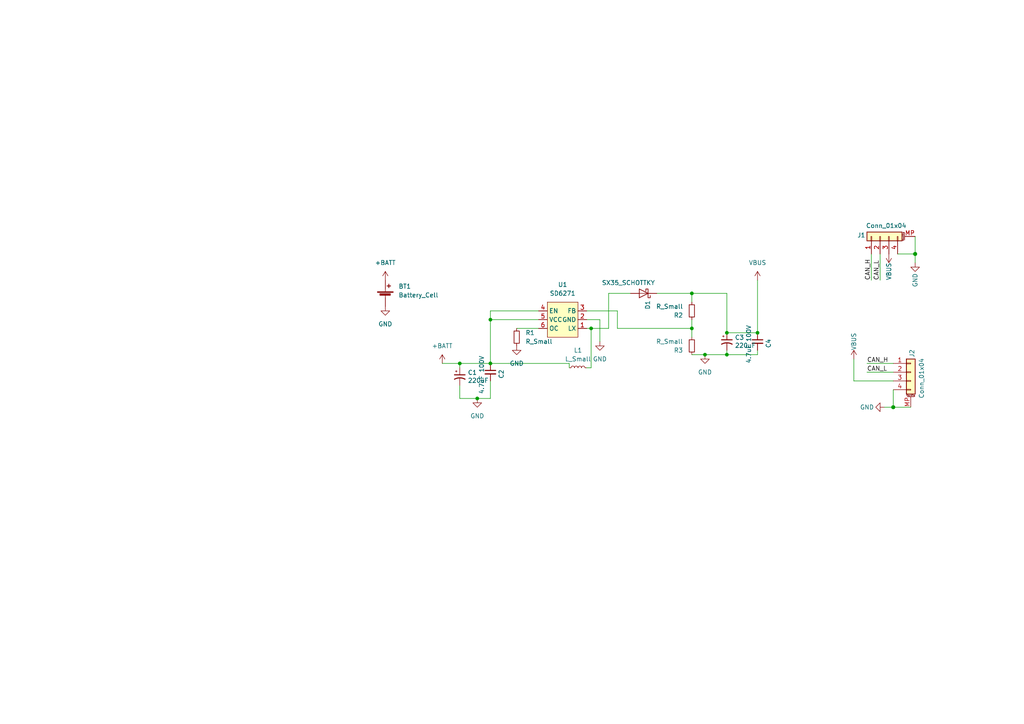
<source format=kicad_sch>
(kicad_sch (version 20211123) (generator eeschema)
  (paper "A4")
  (lib_symbols
    (symbol "Connector_Generic_MountingPin:Conn_01x04_MountingPin" (pin_names (offset 1.016) hide)
      (property "Reference" "J" (at 0 5.08 0))
      (property "Value" "Conn_01x04_MountingPin" (at 1.27 -7.62 0))
      (symbol "Conn_01x04_MountingPin_1_1"
        (rectangle (start -1.27 -4.953) (end 0 -5.207) (stroke (width 0.1524)))
        (rectangle (start -1.27 -2.413) (end 0 -2.667) (stroke (width 0.1524)))
        (rectangle (start -1.27 0.127) (end 0 -0.127) (stroke (width 0.1524)))
        (rectangle (start -1.27 2.667) (end 0 2.413) (stroke (width 0.1524)))
        (rectangle (start -1.27 3.81) (end 1.27 -6.35) (stroke (width 0.254)) (fill (type background)))
        (polyline (pts (xy -1.016 -7.112) (xy 1.016 -7.112)) (stroke (width 0.1524)))
        (text "Mounting" (at 0 -6.731 0) (effects (font (size 0.381 0.381))))
        (pin passive line (at -5.08 2.54 0) (length 3.81) (name "Pin_1") (number "1"))
        (pin passive line (at -5.08 0 0) (length 3.81) (name "Pin_2") (number "2"))
        (pin passive line (at -5.08 -2.54 0) (length 3.81) (name "Pin_3") (number "3"))
        (pin passive line (at -5.08 -5.08 0) (length 3.81) (name "Pin_4") (number "4"))
        (pin passive line (at 0 -10.16 90) (length 3.048) (name "MountPin") (number "MP"))
      )
    )
    (symbol "Device:Battery_Cell" (pin_numbers hide) (pin_names (offset 0) hide)
      (property "Reference" "BT" (at 2.54 2.54 0))
      (property "Value" "Battery_Cell" (at 2.54 0 0))
      (symbol "Battery_Cell_0_1"
        (rectangle (start -2.286 1.778) (end 2.286 1.524) (fill (type outline)))
        (rectangle (start -1.5748 1.1938) (end 1.4732 0.6858) (fill (type outline)))
        (polyline (pts (xy 0 0.762) (xy 0 0)))
        (polyline (pts (xy 0 1.778) (xy 0 2.54)))
        (polyline (pts (xy 0.508 3.429) (xy 1.524 3.429)) (stroke (width 0.254)))
        (polyline (pts (xy 1.016 3.937) (xy 1.016 2.921)) (stroke (width 0.254)))
      )
      (symbol "Battery_Cell_1_1"
        (pin passive line (at 0 5.08 270) (length 2.54) (name "+") (number "1"))
        (pin passive line (at 0 -2.54 90) (length 2.54) (name "-") (number "2"))
      )
    )
    (symbol "Device:CP1_Small" (pin_numbers hide) (pin_names (offset 0.254) hide)
      (property "Reference" "C" (at 0.254 1.778 0))
      (property "Value" "CP1_Small" (at 0.254 -2.032 0))
      (symbol "CP1_Small_0_1"
        (polyline (pts (xy -1.524 0.508) (xy 1.524 0.508)) (stroke (width 0.3048)))
        (polyline (pts (xy -1.27 1.524) (xy -0.762 1.524)))
        (polyline (pts (xy -1.016 1.27) (xy -1.016 1.778)))
        (arc (start 1.524 -0.762) (mid 0 -0.3734) (end -1.524 -0.762) (stroke (width 0.3048)))
      )
      (symbol "CP1_Small_1_1"
        (pin passive line (at 0 2.54 270) (length 2.032) (name "~") (number "1"))
        (pin passive line (at 0 -2.54 90) (length 2.032) (name "~") (number "2"))
      )
    )
    (symbol "Device:C_Small" (pin_numbers hide) (pin_names (offset 0.254) hide)
      (property "Reference" "C" (at 0.254 1.778 0))
      (property "Value" "C_Small" (at 0.254 -2.032 0))
      (symbol "C_Small_0_1"
        (polyline (pts (xy -1.524 -0.508) (xy 1.524 -0.508)) (stroke (width 0.3302)))
        (polyline (pts (xy -1.524 0.508) (xy 1.524 0.508)) (stroke (width 0.3048)))
      )
      (symbol "C_Small_1_1"
        (pin passive line (at 0 2.54 270) (length 2.032) (name "~") (number "1"))
        (pin passive line (at 0 -2.54 90) (length 2.032) (name "~") (number "2"))
      )
    )
    (symbol "Device:D_Schottky" (pin_numbers hide) (pin_names (offset 1.016) hide)
      (property "Reference" "D" (at 0 2.54 0))
      (property "Value" "D_Schottky" (at 0 -2.54 0))
      (symbol "D_Schottky_0_1"
        (polyline (pts (xy 1.27 0) (xy -1.27 0)))
        (polyline (pts (xy 1.27 1.27) (xy 1.27 -1.27) (xy -1.27 0) (xy 1.27 1.27)) (stroke (width 0.2032)))
        (polyline (pts (xy -1.905 0.635) (xy -1.905 1.27) (xy -1.27 1.27) (xy -1.27 -1.27) (xy -0.635 -1.27) (xy -0.635 -0.635)) (stroke (width 0.2032)))
      )
      (symbol "D_Schottky_1_1"
        (pin passive line (at -3.81 0 0) (length 2.54) (name "K") (number "1"))
        (pin passive line (at 3.81 0 180) (length 2.54) (name "A") (number "2"))
      )
    )
    (symbol "Device:L_Small" (pin_numbers hide) (pin_names (offset 0.254) hide)
      (property "Reference" "L" (at 0.762 1.016 0))
      (property "Value" "L_Small" (at 0.762 -1.016 0))
      (symbol "L_Small_0_1"
        (arc (start 0 -2.032) (mid 0.508 -1.524) (end 0 -1.016))
        (arc (start 0 -1.016) (mid 0.508 -0.508) (end 0 0))
        (arc (start 0 0) (mid 0.508 0.508) (end 0 1.016))
        (arc (start 0 1.016) (mid 0.508 1.524) (end 0 2.032))
      )
      (symbol "L_Small_1_1"
        (pin passive line (at 0 2.54 270) (length 0.508) (name "~") (number "1"))
        (pin passive line (at 0 -2.54 90) (length 0.508) (name "~") (number "2"))
      )
    )
    (symbol "Device:R_Small" (pin_numbers hide) (pin_names (offset 0.254) hide)
      (property "Reference" "R" (at 0.762 0.508 0))
      (property "Value" "R_Small" (at 0.762 -1.016 0))
      (symbol "R_Small_0_1"
        (rectangle (start -0.762 1.778) (end 0.762 -1.778) (stroke (width 0.2032)))
      )
      (symbol "R_Small_1_1"
        (pin passive line (at 0 2.54 270) (length 0.762) (name "~") (number "1"))
        (pin passive line (at 0 -2.54 90) (length 0.762) (name "~") (number "2"))
      )
    )
    (symbol "Regulator_Switching:SD6271"
      (property "Reference" "U" (at -3.81 6.35 0))
      (property "Value" "SD6271" (at 0 -6.35 0))
      (symbol "SD6271_0_1"
        (rectangle (start -5.08 5.08) (end 3.81 -5.08) (fill (type background)))
      )
      (symbol "SD6271_1_1"
        (pin input line (at 6.35 -2.54 180) (length 2.54) (name "LX") (number "1"))
        (pin input line (at 6.35 0 180) (length 2.54) (name "GND") (number "2"))
        (pin input line (at 6.35 2.54 180) (length 2.54) (name "FB") (number "3"))
        (pin input line (at -7.62 2.54 0) (length 2.54) (name "EN") (number "4"))
        (pin input line (at -7.62 0 0) (length 2.54) (name "VCC") (number "5"))
        (pin input line (at -7.62 -2.54 0) (length 2.54) (name "OC") (number "6"))
      )
    )
    (symbol "power:+BATT" (power) (pin_names (offset 0))
      (property "Value" "+BATT" (at 0 3.556 0))
      (symbol "+BATT_0_1"
        (polyline (pts (xy -0.762 1.27) (xy 0 2.54)))
        (polyline (pts (xy 0 0) (xy 0 2.54)))
        (polyline (pts (xy 0 2.54) (xy 0.762 1.27)))
      )
      (symbol "+BATT_1_1"
        (pin power_in line (at 0 0 90) (length 0) hide (name "+BATT") (number "1"))
      )
    )
    (symbol "power:GND" (power) (pin_names (offset 0))
      (property "Value" "GND" (at 0 -3.81 0))
      (symbol "GND_0_1"
        (polyline (pts (xy 0 0) (xy 0 -1.27) (xy 1.27 -1.27) (xy 0 -2.54) (xy -1.27 -1.27) (xy 0 -1.27)))
      )
      (symbol "GND_1_1"
        (pin power_in line (at 0 0 270) (length 0) hide (name "GND") (number "1"))
      )
    )
    (symbol "power:VBUS" (power) (pin_names (offset 0))
      (property "Value" "VBUS" (at 0 3.81 0))
      (symbol "VBUS_0_1"
        (polyline (pts (xy -0.762 1.27) (xy 0 2.54)))
        (polyline (pts (xy 0 0) (xy 0 2.54)))
        (polyline (pts (xy 0 2.54) (xy 0.762 1.27)))
      )
      (symbol "VBUS_1_1"
        (pin power_in line (at 0 0 90) (length 0) hide (name "VBUS") (number "1"))
      )
    )
  )
  (junction (at 200.66 95.25))
  (junction (at 210.82 102.87))
  (junction (at 142.24 105.41))
  (junction (at 259.08 118.11) (diameter 1.016))
  (junction (at 265.43 73.66) (diameter 1.016))
  (junction (at 142.24 92.71))
  (junction (at 204.47 102.87))
  (junction (at 200.66 85.09))
  (junction (at 210.82 96.52))
  (junction (at 133.35 105.41))
  (junction (at 219.71 96.52))
  (junction (at 171.45 95.25))
  (junction (at 138.43 115.57))
  (wire (pts (xy 149.86 95.25) (xy 156.21 95.25)))
  (wire (pts (xy 200.66 95.25) (xy 200.66 97.79)))
  (wire (pts (xy 133.35 111.76) (xy 133.35 115.57)))
  (wire (pts (xy 171.45 106.68) (xy 170.18 106.68)))
  (wire (pts (xy 219.71 102.87) (xy 219.71 101.6)))
  (wire (pts (xy 179.07 90.17) (xy 179.07 95.25)))
  (wire (pts (xy 210.82 102.87) (xy 210.82 101.6)))
  (wire (pts (xy 265.43 73.66) (xy 265.43 76.2)))
  (wire (pts (xy 259.08 105.41) (xy 251.46 105.41)))
  (wire (pts (xy 259.08 113.03) (xy 259.08 118.11)))
  (wire (pts (xy 200.66 92.71) (xy 200.66 95.25)))
  (wire (pts (xy 142.24 90.17) (xy 142.24 92.71)))
  (wire (pts (xy 173.99 92.71) (xy 173.99 99.06)))
  (wire (pts (xy 252.73 73.66) (xy 252.73 81.28)))
  (wire (pts (xy 255.27 73.66) (xy 255.27 81.28)))
  (wire (pts (xy 142.24 115.57) (xy 142.24 110.49)))
  (wire (pts (xy 210.82 85.09) (xy 210.82 96.52)))
  (wire (pts (xy 170.18 90.17) (xy 179.07 90.17)))
  (wire (pts (xy 171.45 95.25) (xy 176.53 95.25)))
  (wire (pts (xy 200.66 85.09) (xy 200.66 87.63)))
  (wire (pts (xy 219.71 81.28) (xy 219.71 96.52)))
  (wire (pts (xy 259.08 118.11) (xy 256.54 118.11)))
  (wire (pts (xy 200.66 85.09) (xy 210.82 85.09)))
  (wire (pts (xy 142.24 105.41) (xy 165.1 105.41)))
  (wire (pts (xy 142.24 92.71) (xy 156.21 92.71)))
  (wire (pts (xy 142.24 92.71) (xy 142.24 105.41)))
  (wire (pts (xy 259.08 110.49) (xy 247.65 110.49)))
  (wire (pts (xy 176.53 95.25) (xy 176.53 85.09)))
  (wire (pts (xy 259.08 107.95) (xy 251.46 107.95)))
  (wire (pts (xy 156.21 90.17) (xy 142.24 90.17)))
  (wire (pts (xy 204.47 102.87) (xy 210.82 102.87)))
  (wire (pts (xy 247.65 110.49) (xy 247.65 104.14)))
  (wire (pts (xy 128.27 105.41) (xy 133.35 105.41)))
  (wire (pts (xy 265.43 68.58) (xy 265.43 73.66)))
  (wire (pts (xy 138.43 115.57) (xy 142.24 115.57)))
  (wire (pts (xy 133.35 105.41) (xy 133.35 106.68)))
  (wire (pts (xy 210.82 102.87) (xy 219.71 102.87)))
  (wire (pts (xy 170.18 95.25) (xy 171.45 95.25)))
  (wire (pts (xy 176.53 85.09) (xy 182.88 85.09)))
  (wire (pts (xy 200.66 102.87) (xy 204.47 102.87)))
  (wire (pts (xy 165.1 105.41) (xy 165.1 106.68)))
  (wire (pts (xy 170.18 92.71) (xy 173.99 92.71)))
  (wire (pts (xy 179.07 95.25) (xy 200.66 95.25)))
  (wire (pts (xy 190.5 85.09) (xy 200.66 85.09)))
  (wire (pts (xy 260.35 73.66) (xy 265.43 73.66)))
  (wire (pts (xy 264.16 118.11) (xy 259.08 118.11)))
  (wire (pts (xy 142.24 105.41) (xy 133.35 105.41)))
  (wire (pts (xy 210.82 96.52) (xy 219.71 96.52)))
  (wire (pts (xy 133.35 115.57) (xy 138.43 115.57)))
  (wire (pts (xy 171.45 95.25) (xy 171.45 106.68)))
  (label "CAN_L" (at 255.27 81.28 90))
  (label "CAN_L" (at 251.46 107.95 0))
  (label "CAN_H" (at 251.46 105.41 0))
  (label "CAN_H" (at 252.73 81.28 90))
  (symbol (lib_id "Connector_Generic_MountingPin:Conn_01x04_MountingPin") (at 264.16 107.95 0) (unit 1)
    (property "Reference" "J2" (at 264.5156 101.2952 90) (effects (justify right)))
    (property "Value" "Conn_01x04" (at 267.2842 103.8352 90) (effects (justify right)))
    (property "Footprint" "Connector_JST:JST_PH_S4B-PH-SM4-TB_1x04-1MP_P2.00mm_Horizontal" (effects hide))
  )
  (symbol (lib_id "Device:C_Small") (at 219.71 99.06 0) (unit 1)
    (property "Reference" "C4" (at 222.885 100.965 90) (effects (justify left)))
    (property "Value" "4.7uF 100V" (at 217.17 105.41 90) (effects (justify left)))
    (property "Footprint" "Capacitor_SMD:C_0805_2012Metric" (effects hide))
  )
  (symbol (lib_id "Device:L_Small") (at 167.64 106.68 90) (unit 1)
    (property "Reference" "L1" (at 167.64 101.6 90))
    (property "Value" "L_Small" (at 167.64 104.14 90))
    (property "Footprint" "Inductor_SMD:INDUCTOR_4.7uH_SMALL" (effects hide))
  )
  (symbol (lib_id "power:GND") (at 265.43 76.2 0) (unit 1)
    (property "Reference" "#PWR012" (effects hide))
    (property "Value" "GND" (at 265.43 81.28 90))
  )
  (symbol (lib_id "power:GND") (at 149.86 100.33 0) (unit 1)
    (property "Reference" "#PWR07" (effects hide))
    (property "Value" "GND" (at 149.86 105.41 0))
  )
  (symbol (lib_id "power:GND") (at 173.99 99.06 0) (unit 1)
    (property "Reference" "#PWR08" (effects hide))
    (property "Value" "GND" (at 173.99 104.14 0))
  )
  (symbol (lib_id "power:VBUS") (at 219.71 81.28 0) (unit 1)
    (property "Reference" "#PWR05" (effects hide))
    (property "Value" "VBUS" (at 219.71 76.2 0))
  )
  (symbol (lib_id "power:GND") (at 138.43 115.57 0) (unit 1)
    (property "Reference" "#PWR06" (effects hide))
    (property "Value" "GND" (at 138.43 120.65 0))
  )
  (symbol (lib_id "power:GND") (at 111.76 88.9 0) (unit 1)
    (property "Reference" "#PWR01" (effects hide))
    (property "Value" "GND" (at 111.76 93.98 0))
  )
  (symbol (lib_id "power:VBUS") (at 247.65 104.14 0) (unit 1)
    (property "Reference" "#PWR09" (effects hide))
    (property "Value" "VBUS" (at 247.65 99.06 90))
  )
  (symbol (lib_id "Device:Battery_Cell") (at 111.76 86.36 0) (unit 1)
    (property "Reference" "BT1" (at 115.57 83.0579 0) (effects (justify left)))
    (property "Value" "Battery_Cell" (at 115.57 85.5979 0) (effects (justify left)))
    (property "Footprint" "Battery:18650_holder" (effects hide))
  )
  (symbol (lib_id "Device:R_Small") (at 200.66 90.17 180) (unit 1)
    (property "Reference" "R2" (at 198.12 91.4401 0) (effects (justify left)))
    (property "Value" "R_Small" (at 198.12 88.9001 0) (effects (justify left)))
    (property "Footprint" "Resistor_SMD:R_0603_1608Metric" (effects hide))
  )
  (symbol (lib_id "Device:R_Small") (at 149.86 97.79 0) (unit 1)
    (property "Reference" "R1" (at 152.4 96.5199 0) (effects (justify left)))
    (property "Value" "R_Small" (at 152.4 99.0599 0) (effects (justify left)))
    (property "Footprint" "Resistor_SMD:R_0603_1608Metric" (effects hide))
  )
  (symbol (lib_id "Device:R_Small") (at 200.66 100.33 180) (unit 1)
    (property "Reference" "R3" (at 198.12 101.6001 0) (effects (justify left)))
    (property "Value" "R_Small" (at 198.12 99.0601 0) (effects (justify left)))
    (property "Footprint" "Resistor_SMD:R_0603_1608Metric" (effects hide))
  )
  (symbol (lib_id "Device:D_Schottky") (at 186.69 85.09 180) (unit 1)
    (property "Reference" "D1" (at 187.8584 87.0966 90) (effects (justify left)))
    (property "Value" "SX35_SCHOTTKY" (at 189.992 82.0166 0) (effects (justify left)))
    (property "Footprint" "Diode_SMD:D_SMA" (effects hide))
  )
  (symbol (lib_id "Connector_Generic_MountingPin:Conn_01x04_MountingPin") (at 255.27 68.58 90) (unit 1)
    (property "Reference" "J1" (at 248.6152 68.2244 90) (effects (justify right)))
    (property "Value" "Conn_01x04" (at 251.1552 65.4558 90) (effects (justify right)))
    (property "Footprint" "Connector_JST:JST_PH_S4B-PH-SM4-TB_1x04-1MP_P2.00mm_Horizontal" (effects hide))
  )
  (symbol (lib_id "power:GND") (at 204.47 102.87 0) (unit 1)
    (property "Reference" "#PWR04" (effects hide))
    (property "Value" "GND" (at 204.47 107.95 0))
  )
  (symbol (lib_id "power:VBUS") (at 257.81 73.66 180) (unit 1)
    (property "Reference" "#PWR011" (effects hide))
    (property "Value" "VBUS" (at 257.81 78.74 90))
  )
  (symbol (lib_id "Regulator_Switching:SD6271") (at 163.83 92.71 0) (unit 1)
    (property "Reference" "U1" (at 163.195 82.55 0))
    (property "Value" "SD6271" (at 163.195 85.09 0))
    (property "Footprint" "Package_TO_SOT_SMD:SOT-23-6" (effects hide))
  )
  (symbol (lib_id "power:+BATT") (at 111.76 81.28 0) (unit 1)
    (property "Reference" "#PWR02" (effects hide))
    (property "Value" "+BATT" (at 111.76 76.2 0))
  )
  (symbol (lib_id "Device:CP1_Small") (at 133.35 109.22 0) (unit 1)
    (property "Reference" "C1" (at 135.6614 108.0516 0) (effects (justify left)))
    (property "Value" "220uF" (at 135.6614 110.363 0) (effects (justify left)))
    (property "Footprint" "Capacitor_SMD:CP_Elec_10x10.5" (effects hide))
  )
  (symbol (lib_id "Device:CP1_Small") (at 210.82 99.06 0) (unit 1)
    (property "Reference" "C3" (at 213.1314 97.8916 0) (effects (justify left)))
    (property "Value" "220uF" (at 213.1314 100.203 0) (effects (justify left)))
    (property "Footprint" "Capacitor_SMD:CP_Elec_10x10.5" (effects hide))
  )
  (symbol (lib_id "power:GND") (at 256.54 118.11 270) (unit 1)
    (property "Reference" "#PWR010" (effects hide))
    (property "Value" "GND" (at 251.46 118.11 90))
  )
  (symbol (lib_id "Device:C_Small") (at 142.24 107.95 0) (unit 1)
    (property "Reference" "C2" (at 145.415 109.855 90) (effects (justify left)))
    (property "Value" "4.7uF 100V" (at 139.7 114.3 90) (effects (justify left)))
    (property "Footprint" "Capacitor_SMD:C_0805_2012Metric" (effects hide))
  )
  (symbol (lib_id "power:+BATT") (at 128.27 105.41 0) (unit 1)
    (property "Reference" "#PWR03" (effects hide))
    (property "Value" "+BATT" (at 128.27 100.33 0))
  )
)
</source>
